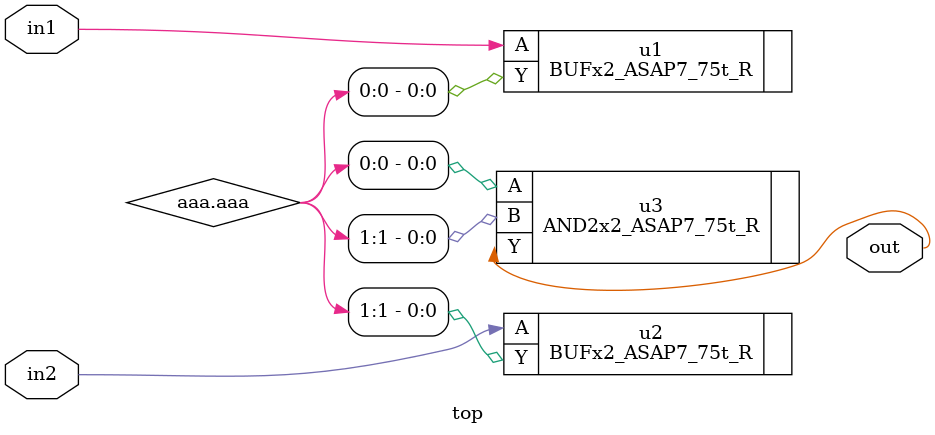
<source format=v>
module top (in1, in2, out);
  input in1, in2;
  output out;
  wire [1:0] \aaa.aaa ;

  BUFx2_ASAP7_75t_R u1 (.A(in1), .Y(\aaa.aaa [0]));
  BUFx2_ASAP7_75t_R u2 (.A(in2), .Y(\aaa.aaa [1]));
  AND2x2_ASAP7_75t_R u3 (.A(\aaa.aaa [0]), .B(\aaa.aaa
              [1]), .Y(out));
endmodule

</source>
